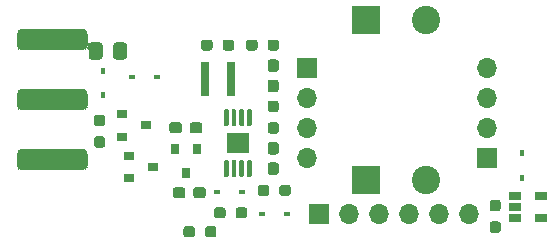
<source format=gbr>
%TF.GenerationSoftware,KiCad,Pcbnew,5.1.9+dfsg1-1*%
%TF.CreationDate,2021-06-24T19:32:38+02:00*%
%TF.ProjectId,pcb,7063622e-6b69-4636-9164-5f7063625858,rev?*%
%TF.SameCoordinates,Original*%
%TF.FileFunction,Soldermask,Top*%
%TF.FilePolarity,Negative*%
%FSLAX46Y46*%
G04 Gerber Fmt 4.6, Leading zero omitted, Abs format (unit mm)*
G04 Created by KiCad (PCBNEW 5.1.9+dfsg1-1) date 2021-06-24 19:32:38*
%MOMM*%
%LPD*%
G01*
G04 APERTURE LIST*
%ADD10R,0.450000X0.600000*%
%ADD11R,1.880000X1.680000*%
%ADD12R,0.600000X0.450000*%
%ADD13R,0.800000X0.900000*%
%ADD14R,2.400000X2.400000*%
%ADD15C,2.400000*%
%ADD16R,1.700000X1.700000*%
%ADD17O,1.700000X1.700000*%
%ADD18R,0.800000X2.900000*%
%ADD19R,0.900000X0.800000*%
%ADD20R,1.060000X0.650000*%
%ADD21C,0.100000*%
G04 APERTURE END LIST*
D10*
%TO.C,D6*%
X183250000Y-131450000D03*
X183250000Y-133550000D03*
%TD*%
%TO.C,U1*%
G36*
G01*
X158325000Y-133475000D02*
X158125000Y-133475000D01*
G75*
G02*
X158025000Y-133375000I0J100000D01*
G01*
X158025000Y-132125000D01*
G75*
G02*
X158125000Y-132025000I100000J0D01*
G01*
X158325000Y-132025000D01*
G75*
G02*
X158425000Y-132125000I0J-100000D01*
G01*
X158425000Y-133375000D01*
G75*
G02*
X158325000Y-133475000I-100000J0D01*
G01*
G37*
G36*
G01*
X158975000Y-133475000D02*
X158775000Y-133475000D01*
G75*
G02*
X158675000Y-133375000I0J100000D01*
G01*
X158675000Y-132125000D01*
G75*
G02*
X158775000Y-132025000I100000J0D01*
G01*
X158975000Y-132025000D01*
G75*
G02*
X159075000Y-132125000I0J-100000D01*
G01*
X159075000Y-133375000D01*
G75*
G02*
X158975000Y-133475000I-100000J0D01*
G01*
G37*
G36*
G01*
X159625000Y-133475000D02*
X159425000Y-133475000D01*
G75*
G02*
X159325000Y-133375000I0J100000D01*
G01*
X159325000Y-132125000D01*
G75*
G02*
X159425000Y-132025000I100000J0D01*
G01*
X159625000Y-132025000D01*
G75*
G02*
X159725000Y-132125000I0J-100000D01*
G01*
X159725000Y-133375000D01*
G75*
G02*
X159625000Y-133475000I-100000J0D01*
G01*
G37*
G36*
G01*
X160275000Y-133475000D02*
X160075000Y-133475000D01*
G75*
G02*
X159975000Y-133375000I0J100000D01*
G01*
X159975000Y-132125000D01*
G75*
G02*
X160075000Y-132025000I100000J0D01*
G01*
X160275000Y-132025000D01*
G75*
G02*
X160375000Y-132125000I0J-100000D01*
G01*
X160375000Y-133375000D01*
G75*
G02*
X160275000Y-133475000I-100000J0D01*
G01*
G37*
G36*
G01*
X160275000Y-129175000D02*
X160075000Y-129175000D01*
G75*
G02*
X159975000Y-129075000I0J100000D01*
G01*
X159975000Y-127825000D01*
G75*
G02*
X160075000Y-127725000I100000J0D01*
G01*
X160275000Y-127725000D01*
G75*
G02*
X160375000Y-127825000I0J-100000D01*
G01*
X160375000Y-129075000D01*
G75*
G02*
X160275000Y-129175000I-100000J0D01*
G01*
G37*
G36*
G01*
X159625000Y-129175000D02*
X159425000Y-129175000D01*
G75*
G02*
X159325000Y-129075000I0J100000D01*
G01*
X159325000Y-127825000D01*
G75*
G02*
X159425000Y-127725000I100000J0D01*
G01*
X159625000Y-127725000D01*
G75*
G02*
X159725000Y-127825000I0J-100000D01*
G01*
X159725000Y-129075000D01*
G75*
G02*
X159625000Y-129175000I-100000J0D01*
G01*
G37*
G36*
G01*
X158975000Y-129175000D02*
X158775000Y-129175000D01*
G75*
G02*
X158675000Y-129075000I0J100000D01*
G01*
X158675000Y-127825000D01*
G75*
G02*
X158775000Y-127725000I100000J0D01*
G01*
X158975000Y-127725000D01*
G75*
G02*
X159075000Y-127825000I0J-100000D01*
G01*
X159075000Y-129075000D01*
G75*
G02*
X158975000Y-129175000I-100000J0D01*
G01*
G37*
G36*
G01*
X158325000Y-129175000D02*
X158125000Y-129175000D01*
G75*
G02*
X158025000Y-129075000I0J100000D01*
G01*
X158025000Y-127825000D01*
G75*
G02*
X158125000Y-127725000I100000J0D01*
G01*
X158325000Y-127725000D01*
G75*
G02*
X158425000Y-127825000I0J-100000D01*
G01*
X158425000Y-129075000D01*
G75*
G02*
X158325000Y-129175000I-100000J0D01*
G01*
G37*
D11*
X159200000Y-130600000D03*
%TD*%
D12*
%TO.C,D2*%
X150250000Y-125000000D03*
X152350000Y-125000000D03*
%TD*%
D13*
%TO.C,D3*%
X155750000Y-131100000D03*
X153850000Y-131100000D03*
X154800000Y-133100000D03*
%TD*%
D14*
%TO.C,C3*%
X170100000Y-120200000D03*
D15*
X175100000Y-120200000D03*
%TD*%
D16*
%TO.C,P1*%
X165090000Y-124200000D03*
D17*
X165090000Y-126740000D03*
X165090000Y-129280000D03*
X165090000Y-131820000D03*
%TD*%
%TO.C,P2*%
X180330000Y-124200000D03*
X180330000Y-126740000D03*
X180330000Y-129280000D03*
D16*
X180330000Y-131820000D03*
%TD*%
%TO.C,C1*%
G36*
G01*
X149825000Y-122325000D02*
X149825000Y-123275000D01*
G75*
G02*
X149575000Y-123525000I-250000J0D01*
G01*
X148900000Y-123525000D01*
G75*
G02*
X148650000Y-123275000I0J250000D01*
G01*
X148650000Y-122325000D01*
G75*
G02*
X148900000Y-122075000I250000J0D01*
G01*
X149575000Y-122075000D01*
G75*
G02*
X149825000Y-122325000I0J-250000D01*
G01*
G37*
G36*
G01*
X147750000Y-122325000D02*
X147750000Y-123275000D01*
G75*
G02*
X147500000Y-123525000I-250000J0D01*
G01*
X146825000Y-123525000D01*
G75*
G02*
X146575000Y-123275000I0J250000D01*
G01*
X146575000Y-122325000D01*
G75*
G02*
X146825000Y-122075000I250000J0D01*
G01*
X147500000Y-122075000D01*
G75*
G02*
X147750000Y-122325000I0J-250000D01*
G01*
G37*
%TD*%
%TO.C,C2*%
G36*
G01*
X162437500Y-124575000D02*
X161962500Y-124575000D01*
G75*
G02*
X161725000Y-124337500I0J237500D01*
G01*
X161725000Y-123737500D01*
G75*
G02*
X161962500Y-123500000I237500J0D01*
G01*
X162437500Y-123500000D01*
G75*
G02*
X162675000Y-123737500I0J-237500D01*
G01*
X162675000Y-124337500D01*
G75*
G02*
X162437500Y-124575000I-237500J0D01*
G01*
G37*
G36*
G01*
X162437500Y-126300000D02*
X161962500Y-126300000D01*
G75*
G02*
X161725000Y-126062500I0J237500D01*
G01*
X161725000Y-125462500D01*
G75*
G02*
X161962500Y-125225000I237500J0D01*
G01*
X162437500Y-125225000D01*
G75*
G02*
X162675000Y-125462500I0J-237500D01*
G01*
X162675000Y-126062500D01*
G75*
G02*
X162437500Y-126300000I-237500J0D01*
G01*
G37*
%TD*%
%TO.C,C4*%
G36*
G01*
X156500000Y-134562500D02*
X156500000Y-135037500D01*
G75*
G02*
X156262500Y-135275000I-237500J0D01*
G01*
X155662500Y-135275000D01*
G75*
G02*
X155425000Y-135037500I0J237500D01*
G01*
X155425000Y-134562500D01*
G75*
G02*
X155662500Y-134325000I237500J0D01*
G01*
X156262500Y-134325000D01*
G75*
G02*
X156500000Y-134562500I0J-237500D01*
G01*
G37*
G36*
G01*
X154775000Y-134562500D02*
X154775000Y-135037500D01*
G75*
G02*
X154537500Y-135275000I-237500J0D01*
G01*
X153937500Y-135275000D01*
G75*
G02*
X153700000Y-135037500I0J237500D01*
G01*
X153700000Y-134562500D01*
G75*
G02*
X153937500Y-134325000I237500J0D01*
G01*
X154537500Y-134325000D01*
G75*
G02*
X154775000Y-134562500I0J-237500D01*
G01*
G37*
%TD*%
%TO.C,C5*%
G36*
G01*
X155125000Y-129537500D02*
X155125000Y-129062500D01*
G75*
G02*
X155362500Y-128825000I237500J0D01*
G01*
X155962500Y-128825000D01*
G75*
G02*
X156200000Y-129062500I0J-237500D01*
G01*
X156200000Y-129537500D01*
G75*
G02*
X155962500Y-129775000I-237500J0D01*
G01*
X155362500Y-129775000D01*
G75*
G02*
X155125000Y-129537500I0J237500D01*
G01*
G37*
G36*
G01*
X153400000Y-129537500D02*
X153400000Y-129062500D01*
G75*
G02*
X153637500Y-128825000I237500J0D01*
G01*
X154237500Y-128825000D01*
G75*
G02*
X154475000Y-129062500I0J-237500D01*
G01*
X154475000Y-129537500D01*
G75*
G02*
X154237500Y-129775000I-237500J0D01*
G01*
X153637500Y-129775000D01*
G75*
G02*
X153400000Y-129537500I0J237500D01*
G01*
G37*
%TD*%
%TO.C,C6*%
G36*
G01*
X162437500Y-133300000D02*
X161962500Y-133300000D01*
G75*
G02*
X161725000Y-133062500I0J237500D01*
G01*
X161725000Y-132462500D01*
G75*
G02*
X161962500Y-132225000I237500J0D01*
G01*
X162437500Y-132225000D01*
G75*
G02*
X162675000Y-132462500I0J-237500D01*
G01*
X162675000Y-133062500D01*
G75*
G02*
X162437500Y-133300000I-237500J0D01*
G01*
G37*
G36*
G01*
X162437500Y-131575000D02*
X161962500Y-131575000D01*
G75*
G02*
X161725000Y-131337500I0J237500D01*
G01*
X161725000Y-130737500D01*
G75*
G02*
X161962500Y-130500000I237500J0D01*
G01*
X162437500Y-130500000D01*
G75*
G02*
X162675000Y-130737500I0J-237500D01*
G01*
X162675000Y-131337500D01*
G75*
G02*
X162437500Y-131575000I-237500J0D01*
G01*
G37*
%TD*%
D10*
%TO.C,D1*%
X147800000Y-124450000D03*
X147800000Y-126550000D03*
%TD*%
D12*
%TO.C,D4*%
X161250000Y-136600000D03*
X163350000Y-136600000D03*
%TD*%
%TO.C,J1*%
G36*
G01*
X146050000Y-132900000D02*
X140950000Y-132900000D01*
G75*
G02*
X140500000Y-132450000I0J450000D01*
G01*
X140500000Y-131550000D01*
G75*
G02*
X140950000Y-131100000I450000J0D01*
G01*
X146050000Y-131100000D01*
G75*
G02*
X146500000Y-131550000I0J-450000D01*
G01*
X146500000Y-132450000D01*
G75*
G02*
X146050000Y-132900000I-450000J0D01*
G01*
G37*
G36*
G01*
X146050000Y-127820000D02*
X140950000Y-127820000D01*
G75*
G02*
X140500000Y-127370000I0J450000D01*
G01*
X140500000Y-126470000D01*
G75*
G02*
X140950000Y-126020000I450000J0D01*
G01*
X146050000Y-126020000D01*
G75*
G02*
X146500000Y-126470000I0J-450000D01*
G01*
X146500000Y-127370000D01*
G75*
G02*
X146050000Y-127820000I-450000J0D01*
G01*
G37*
G36*
G01*
X146050000Y-122740000D02*
X140950000Y-122740000D01*
G75*
G02*
X140500000Y-122290000I0J450000D01*
G01*
X140500000Y-121390000D01*
G75*
G02*
X140950000Y-120940000I450000J0D01*
G01*
X146050000Y-120940000D01*
G75*
G02*
X146500000Y-121390000I0J-450000D01*
G01*
X146500000Y-122290000D01*
G75*
G02*
X146050000Y-122740000I-450000J0D01*
G01*
G37*
%TD*%
D16*
%TO.C,J2*%
X166100000Y-136600000D03*
D17*
X168640000Y-136600000D03*
X171180000Y-136600000D03*
X173720000Y-136600000D03*
X176260000Y-136600000D03*
X178800000Y-136600000D03*
%TD*%
D18*
%TO.C,L1*%
X156400000Y-125200000D03*
X158600000Y-125200000D03*
%TD*%
D19*
%TO.C,Q1*%
X149400000Y-128150000D03*
X149400000Y-130050000D03*
X151400000Y-129100000D03*
%TD*%
%TO.C,R1*%
G36*
G01*
X162437500Y-127975000D02*
X161962500Y-127975000D01*
G75*
G02*
X161725000Y-127737500I0J237500D01*
G01*
X161725000Y-127237500D01*
G75*
G02*
X161962500Y-127000000I237500J0D01*
G01*
X162437500Y-127000000D01*
G75*
G02*
X162675000Y-127237500I0J-237500D01*
G01*
X162675000Y-127737500D01*
G75*
G02*
X162437500Y-127975000I-237500J0D01*
G01*
G37*
G36*
G01*
X162437500Y-129800000D02*
X161962500Y-129800000D01*
G75*
G02*
X161725000Y-129562500I0J237500D01*
G01*
X161725000Y-129062500D01*
G75*
G02*
X161962500Y-128825000I237500J0D01*
G01*
X162437500Y-128825000D01*
G75*
G02*
X162675000Y-129062500I0J-237500D01*
G01*
X162675000Y-129562500D01*
G75*
G02*
X162437500Y-129800000I-237500J0D01*
G01*
G37*
%TD*%
%TO.C,R3*%
G36*
G01*
X147262500Y-128200000D02*
X147737500Y-128200000D01*
G75*
G02*
X147975000Y-128437500I0J-237500D01*
G01*
X147975000Y-128937500D01*
G75*
G02*
X147737500Y-129175000I-237500J0D01*
G01*
X147262500Y-129175000D01*
G75*
G02*
X147025000Y-128937500I0J237500D01*
G01*
X147025000Y-128437500D01*
G75*
G02*
X147262500Y-128200000I237500J0D01*
G01*
G37*
G36*
G01*
X147262500Y-130025000D02*
X147737500Y-130025000D01*
G75*
G02*
X147975000Y-130262500I0J-237500D01*
G01*
X147975000Y-130762500D01*
G75*
G02*
X147737500Y-131000000I-237500J0D01*
G01*
X147262500Y-131000000D01*
G75*
G02*
X147025000Y-130762500I0J237500D01*
G01*
X147025000Y-130262500D01*
G75*
G02*
X147262500Y-130025000I237500J0D01*
G01*
G37*
%TD*%
%TO.C,R5*%
G36*
G01*
X157200000Y-136737500D02*
X157200000Y-136262500D01*
G75*
G02*
X157437500Y-136025000I237500J0D01*
G01*
X157937500Y-136025000D01*
G75*
G02*
X158175000Y-136262500I0J-237500D01*
G01*
X158175000Y-136737500D01*
G75*
G02*
X157937500Y-136975000I-237500J0D01*
G01*
X157437500Y-136975000D01*
G75*
G02*
X157200000Y-136737500I0J237500D01*
G01*
G37*
G36*
G01*
X159025000Y-136737500D02*
X159025000Y-136262500D01*
G75*
G02*
X159262500Y-136025000I237500J0D01*
G01*
X159762500Y-136025000D01*
G75*
G02*
X160000000Y-136262500I0J-237500D01*
G01*
X160000000Y-136737500D01*
G75*
G02*
X159762500Y-136975000I-237500J0D01*
G01*
X159262500Y-136975000D01*
G75*
G02*
X159025000Y-136737500I0J237500D01*
G01*
G37*
%TD*%
%TO.C,R7*%
G36*
G01*
X160900000Y-134837500D02*
X160900000Y-134362500D01*
G75*
G02*
X161137500Y-134125000I237500J0D01*
G01*
X161637500Y-134125000D01*
G75*
G02*
X161875000Y-134362500I0J-237500D01*
G01*
X161875000Y-134837500D01*
G75*
G02*
X161637500Y-135075000I-237500J0D01*
G01*
X161137500Y-135075000D01*
G75*
G02*
X160900000Y-134837500I0J237500D01*
G01*
G37*
G36*
G01*
X162725000Y-134837500D02*
X162725000Y-134362500D01*
G75*
G02*
X162962500Y-134125000I237500J0D01*
G01*
X163462500Y-134125000D01*
G75*
G02*
X163700000Y-134362500I0J-237500D01*
G01*
X163700000Y-134837500D01*
G75*
G02*
X163462500Y-135075000I-237500J0D01*
G01*
X162962500Y-135075000D01*
G75*
G02*
X162725000Y-134837500I0J237500D01*
G01*
G37*
%TD*%
%TO.C,R8*%
G36*
G01*
X156100000Y-122537500D02*
X156100000Y-122062500D01*
G75*
G02*
X156337500Y-121825000I237500J0D01*
G01*
X156837500Y-121825000D01*
G75*
G02*
X157075000Y-122062500I0J-237500D01*
G01*
X157075000Y-122537500D01*
G75*
G02*
X156837500Y-122775000I-237500J0D01*
G01*
X156337500Y-122775000D01*
G75*
G02*
X156100000Y-122537500I0J237500D01*
G01*
G37*
G36*
G01*
X157925000Y-122537500D02*
X157925000Y-122062500D01*
G75*
G02*
X158162500Y-121825000I237500J0D01*
G01*
X158662500Y-121825000D01*
G75*
G02*
X158900000Y-122062500I0J-237500D01*
G01*
X158900000Y-122537500D01*
G75*
G02*
X158662500Y-122775000I-237500J0D01*
G01*
X158162500Y-122775000D01*
G75*
G02*
X157925000Y-122537500I0J237500D01*
G01*
G37*
%TD*%
%TO.C,R9*%
G36*
G01*
X161725000Y-122537500D02*
X161725000Y-122062500D01*
G75*
G02*
X161962500Y-121825000I237500J0D01*
G01*
X162462500Y-121825000D01*
G75*
G02*
X162700000Y-122062500I0J-237500D01*
G01*
X162700000Y-122537500D01*
G75*
G02*
X162462500Y-122775000I-237500J0D01*
G01*
X161962500Y-122775000D01*
G75*
G02*
X161725000Y-122537500I0J237500D01*
G01*
G37*
G36*
G01*
X159900000Y-122537500D02*
X159900000Y-122062500D01*
G75*
G02*
X160137500Y-121825000I237500J0D01*
G01*
X160637500Y-121825000D01*
G75*
G02*
X160875000Y-122062500I0J-237500D01*
G01*
X160875000Y-122537500D01*
G75*
G02*
X160637500Y-122775000I-237500J0D01*
G01*
X160137500Y-122775000D01*
G75*
G02*
X159900000Y-122537500I0J237500D01*
G01*
G37*
%TD*%
D14*
%TO.C,C7*%
X170100000Y-133700000D03*
D15*
X175100000Y-133700000D03*
%TD*%
D12*
%TO.C,D5*%
X157450000Y-134750000D03*
X159550000Y-134750000D03*
%TD*%
D20*
%TO.C,U2*%
X182650000Y-135050000D03*
X182650000Y-136000000D03*
X182650000Y-136950000D03*
X184850000Y-136950000D03*
X184850000Y-135050000D03*
%TD*%
D19*
%TO.C,D7*%
X150000000Y-131650000D03*
X150000000Y-133550000D03*
X152000000Y-132600000D03*
%TD*%
%TO.C,R2*%
G36*
G01*
X154600000Y-138337500D02*
X154600000Y-137862500D01*
G75*
G02*
X154837500Y-137625000I237500J0D01*
G01*
X155337500Y-137625000D01*
G75*
G02*
X155575000Y-137862500I0J-237500D01*
G01*
X155575000Y-138337500D01*
G75*
G02*
X155337500Y-138575000I-237500J0D01*
G01*
X154837500Y-138575000D01*
G75*
G02*
X154600000Y-138337500I0J237500D01*
G01*
G37*
G36*
G01*
X156425000Y-138337500D02*
X156425000Y-137862500D01*
G75*
G02*
X156662500Y-137625000I237500J0D01*
G01*
X157162500Y-137625000D01*
G75*
G02*
X157400000Y-137862500I0J-237500D01*
G01*
X157400000Y-138337500D01*
G75*
G02*
X157162500Y-138575000I-237500J0D01*
G01*
X156662500Y-138575000D01*
G75*
G02*
X156425000Y-138337500I0J237500D01*
G01*
G37*
%TD*%
%TO.C,R4*%
G36*
G01*
X181237500Y-136375000D02*
X180762500Y-136375000D01*
G75*
G02*
X180525000Y-136137500I0J237500D01*
G01*
X180525000Y-135637500D01*
G75*
G02*
X180762500Y-135400000I237500J0D01*
G01*
X181237500Y-135400000D01*
G75*
G02*
X181475000Y-135637500I0J-237500D01*
G01*
X181475000Y-136137500D01*
G75*
G02*
X181237500Y-136375000I-237500J0D01*
G01*
G37*
G36*
G01*
X181237500Y-138200000D02*
X180762500Y-138200000D01*
G75*
G02*
X180525000Y-137962500I0J237500D01*
G01*
X180525000Y-137462500D01*
G75*
G02*
X180762500Y-137225000I237500J0D01*
G01*
X181237500Y-137225000D01*
G75*
G02*
X181475000Y-137462500I0J-237500D01*
G01*
X181475000Y-137962500D01*
G75*
G02*
X181237500Y-138200000I-237500J0D01*
G01*
G37*
%TD*%
D21*
G36*
X146501165Y-132448374D02*
G01*
X146502000Y-132450000D01*
X146502000Y-132506359D01*
X146501990Y-132506555D01*
X146493951Y-132588174D01*
X146493875Y-132588559D01*
X146471857Y-132661142D01*
X146471707Y-132661504D01*
X146435956Y-132728389D01*
X146435738Y-132728715D01*
X146387623Y-132787346D01*
X146387346Y-132787623D01*
X146328715Y-132835738D01*
X146328389Y-132835956D01*
X146261504Y-132871707D01*
X146261142Y-132871857D01*
X146188559Y-132893875D01*
X146188174Y-132893951D01*
X146106555Y-132901990D01*
X146106359Y-132902000D01*
X146050000Y-132902000D01*
X146048268Y-132901000D01*
X146048268Y-132899000D01*
X146049804Y-132898010D01*
X146137396Y-132889383D01*
X146221439Y-132863889D01*
X146298891Y-132822490D01*
X146366777Y-132766777D01*
X146422490Y-132698891D01*
X146463889Y-132621439D01*
X146489383Y-132537396D01*
X146498010Y-132449804D01*
X146499175Y-132448178D01*
X146501165Y-132448374D01*
G37*
G36*
X140501990Y-132449804D02*
G01*
X140510617Y-132537396D01*
X140536111Y-132621439D01*
X140577510Y-132698891D01*
X140633223Y-132766777D01*
X140701109Y-132822490D01*
X140778561Y-132863889D01*
X140862604Y-132889383D01*
X140950196Y-132898010D01*
X140951822Y-132899175D01*
X140951626Y-132901165D01*
X140950000Y-132902000D01*
X140893641Y-132902000D01*
X140893445Y-132901990D01*
X140811826Y-132893951D01*
X140811441Y-132893875D01*
X140738858Y-132871857D01*
X140738496Y-132871707D01*
X140671611Y-132835956D01*
X140671285Y-132835738D01*
X140612654Y-132787623D01*
X140612377Y-132787346D01*
X140564262Y-132728715D01*
X140564044Y-132728389D01*
X140528293Y-132661504D01*
X140528143Y-132661142D01*
X140506125Y-132588559D01*
X140506049Y-132588174D01*
X140498010Y-132506555D01*
X140498000Y-132506359D01*
X140498000Y-132450000D01*
X140499000Y-132448268D01*
X140501000Y-132448268D01*
X140501990Y-132449804D01*
G37*
G36*
X140951732Y-131099000D02*
G01*
X140951732Y-131101000D01*
X140950196Y-131101990D01*
X140862604Y-131110617D01*
X140778561Y-131136111D01*
X140701109Y-131177510D01*
X140633223Y-131233223D01*
X140577510Y-131301109D01*
X140536111Y-131378561D01*
X140510617Y-131462604D01*
X140501990Y-131550196D01*
X140500825Y-131551822D01*
X140498835Y-131551626D01*
X140498000Y-131550000D01*
X140498000Y-131493641D01*
X140498010Y-131493445D01*
X140506049Y-131411826D01*
X140506125Y-131411441D01*
X140528143Y-131338858D01*
X140528293Y-131338496D01*
X140564044Y-131271611D01*
X140564262Y-131271285D01*
X140612377Y-131212654D01*
X140612654Y-131212377D01*
X140671285Y-131164262D01*
X140671611Y-131164044D01*
X140738496Y-131128293D01*
X140738858Y-131128143D01*
X140811441Y-131106125D01*
X140811826Y-131106049D01*
X140893445Y-131098010D01*
X140893641Y-131098000D01*
X140950000Y-131098000D01*
X140951732Y-131099000D01*
G37*
G36*
X146106555Y-131098010D02*
G01*
X146188174Y-131106049D01*
X146188559Y-131106125D01*
X146261142Y-131128143D01*
X146261504Y-131128293D01*
X146328389Y-131164044D01*
X146328715Y-131164262D01*
X146387346Y-131212377D01*
X146387623Y-131212654D01*
X146435738Y-131271285D01*
X146435956Y-131271611D01*
X146471707Y-131338496D01*
X146471857Y-131338858D01*
X146493875Y-131411441D01*
X146493951Y-131411826D01*
X146501990Y-131493445D01*
X146502000Y-131493641D01*
X146502000Y-131550000D01*
X146501000Y-131551732D01*
X146499000Y-131551732D01*
X146498010Y-131550196D01*
X146489383Y-131462604D01*
X146463889Y-131378561D01*
X146422490Y-131301109D01*
X146366777Y-131233223D01*
X146298891Y-131177510D01*
X146221439Y-131136111D01*
X146137396Y-131110617D01*
X146049804Y-131101990D01*
X146048178Y-131100825D01*
X146048374Y-131098835D01*
X146050000Y-131098000D01*
X146106359Y-131098000D01*
X146106555Y-131098010D01*
G37*
G36*
X146501165Y-127368374D02*
G01*
X146502000Y-127370000D01*
X146502000Y-127426359D01*
X146501990Y-127426555D01*
X146493951Y-127508174D01*
X146493875Y-127508559D01*
X146471857Y-127581142D01*
X146471707Y-127581504D01*
X146435956Y-127648389D01*
X146435738Y-127648715D01*
X146387623Y-127707346D01*
X146387346Y-127707623D01*
X146328715Y-127755738D01*
X146328389Y-127755956D01*
X146261504Y-127791707D01*
X146261142Y-127791857D01*
X146188559Y-127813875D01*
X146188174Y-127813951D01*
X146106555Y-127821990D01*
X146106359Y-127822000D01*
X146050000Y-127822000D01*
X146048268Y-127821000D01*
X146048268Y-127819000D01*
X146049804Y-127818010D01*
X146137396Y-127809383D01*
X146221439Y-127783889D01*
X146298891Y-127742490D01*
X146366777Y-127686777D01*
X146422490Y-127618891D01*
X146463889Y-127541439D01*
X146489383Y-127457396D01*
X146498010Y-127369804D01*
X146499175Y-127368178D01*
X146501165Y-127368374D01*
G37*
G36*
X140501990Y-127369804D02*
G01*
X140510617Y-127457396D01*
X140536111Y-127541439D01*
X140577510Y-127618891D01*
X140633223Y-127686777D01*
X140701109Y-127742490D01*
X140778561Y-127783889D01*
X140862604Y-127809383D01*
X140950196Y-127818010D01*
X140951822Y-127819175D01*
X140951626Y-127821165D01*
X140950000Y-127822000D01*
X140893641Y-127822000D01*
X140893445Y-127821990D01*
X140811826Y-127813951D01*
X140811441Y-127813875D01*
X140738858Y-127791857D01*
X140738496Y-127791707D01*
X140671611Y-127755956D01*
X140671285Y-127755738D01*
X140612654Y-127707623D01*
X140612377Y-127707346D01*
X140564262Y-127648715D01*
X140564044Y-127648389D01*
X140528293Y-127581504D01*
X140528143Y-127581142D01*
X140506125Y-127508559D01*
X140506049Y-127508174D01*
X140498010Y-127426555D01*
X140498000Y-127426359D01*
X140498000Y-127370000D01*
X140499000Y-127368268D01*
X140501000Y-127368268D01*
X140501990Y-127369804D01*
G37*
G36*
X140951732Y-126019000D02*
G01*
X140951732Y-126021000D01*
X140950196Y-126021990D01*
X140862604Y-126030617D01*
X140778561Y-126056111D01*
X140701109Y-126097510D01*
X140633223Y-126153223D01*
X140577510Y-126221109D01*
X140536111Y-126298561D01*
X140510617Y-126382604D01*
X140501990Y-126470196D01*
X140500825Y-126471822D01*
X140498835Y-126471626D01*
X140498000Y-126470000D01*
X140498000Y-126413641D01*
X140498010Y-126413445D01*
X140506049Y-126331826D01*
X140506125Y-126331441D01*
X140528143Y-126258858D01*
X140528293Y-126258496D01*
X140564044Y-126191611D01*
X140564262Y-126191285D01*
X140612377Y-126132654D01*
X140612654Y-126132377D01*
X140671285Y-126084262D01*
X140671611Y-126084044D01*
X140738496Y-126048293D01*
X140738858Y-126048143D01*
X140811441Y-126026125D01*
X140811826Y-126026049D01*
X140893445Y-126018010D01*
X140893641Y-126018000D01*
X140950000Y-126018000D01*
X140951732Y-126019000D01*
G37*
G36*
X146106555Y-126018010D02*
G01*
X146188174Y-126026049D01*
X146188559Y-126026125D01*
X146261142Y-126048143D01*
X146261504Y-126048293D01*
X146328389Y-126084044D01*
X146328715Y-126084262D01*
X146387346Y-126132377D01*
X146387623Y-126132654D01*
X146435738Y-126191285D01*
X146435956Y-126191611D01*
X146471707Y-126258496D01*
X146471857Y-126258858D01*
X146493875Y-126331441D01*
X146493951Y-126331826D01*
X146501990Y-126413445D01*
X146502000Y-126413641D01*
X146502000Y-126470000D01*
X146501000Y-126471732D01*
X146499000Y-126471732D01*
X146498010Y-126470196D01*
X146489383Y-126382604D01*
X146463889Y-126298561D01*
X146422490Y-126221109D01*
X146366777Y-126153223D01*
X146298891Y-126097510D01*
X146221439Y-126056111D01*
X146137396Y-126030617D01*
X146049804Y-126021990D01*
X146048178Y-126020825D01*
X146048374Y-126018835D01*
X146050000Y-126018000D01*
X146106359Y-126018000D01*
X146106555Y-126018010D01*
G37*
G36*
X140501990Y-122289804D02*
G01*
X140510617Y-122377396D01*
X140536111Y-122461439D01*
X140577510Y-122538891D01*
X140633223Y-122606777D01*
X140701109Y-122662490D01*
X140778561Y-122703889D01*
X140862604Y-122729383D01*
X140950196Y-122738010D01*
X140951822Y-122739175D01*
X140951626Y-122741165D01*
X140950000Y-122742000D01*
X140893641Y-122742000D01*
X140893445Y-122741990D01*
X140811826Y-122733951D01*
X140811441Y-122733875D01*
X140738858Y-122711857D01*
X140738496Y-122711707D01*
X140671611Y-122675956D01*
X140671285Y-122675738D01*
X140612654Y-122627623D01*
X140612377Y-122627346D01*
X140564262Y-122568715D01*
X140564044Y-122568389D01*
X140528293Y-122501504D01*
X140528143Y-122501142D01*
X140506125Y-122428559D01*
X140506049Y-122428174D01*
X140498010Y-122346555D01*
X140498000Y-122346359D01*
X140498000Y-122290000D01*
X140499000Y-122288268D01*
X140501000Y-122288268D01*
X140501990Y-122289804D01*
G37*
G36*
X146501990Y-121979387D02*
G01*
X146504372Y-122003574D01*
X146511372Y-122026649D01*
X146522737Y-122047913D01*
X146538032Y-122066550D01*
X146556669Y-122081845D01*
X146577933Y-122093210D01*
X146601008Y-122100210D01*
X146624999Y-122102573D01*
X146648942Y-122100214D01*
X146683106Y-122087991D01*
X146684287Y-122087360D01*
X146684649Y-122087210D01*
X146717967Y-122077103D01*
X146718352Y-122077027D01*
X146759137Y-122073010D01*
X146759333Y-122073000D01*
X146825000Y-122073000D01*
X146826732Y-122074000D01*
X146826732Y-122076000D01*
X146825196Y-122076990D01*
X146776622Y-122081774D01*
X146730098Y-122095887D01*
X146687223Y-122118804D01*
X146649644Y-122149644D01*
X146618804Y-122187223D01*
X146595887Y-122230098D01*
X146581774Y-122276622D01*
X146577000Y-122325094D01*
X146577000Y-122735319D01*
X146576000Y-122737051D01*
X146574000Y-122737051D01*
X146573010Y-122735515D01*
X146570628Y-122711328D01*
X146563628Y-122688253D01*
X146552263Y-122666989D01*
X146536968Y-122648352D01*
X146518331Y-122633057D01*
X146497067Y-122621692D01*
X146473992Y-122614692D01*
X146450001Y-122612329D01*
X146426010Y-122614692D01*
X146402980Y-122621678D01*
X146371861Y-122640330D01*
X146328715Y-122675738D01*
X146328389Y-122675956D01*
X146261504Y-122711707D01*
X146261142Y-122711857D01*
X146188559Y-122733875D01*
X146188174Y-122733951D01*
X146106555Y-122741990D01*
X146106359Y-122742000D01*
X146050000Y-122742000D01*
X146048268Y-122741000D01*
X146048268Y-122739000D01*
X146049804Y-122738010D01*
X146137396Y-122729383D01*
X146221439Y-122703889D01*
X146298891Y-122662490D01*
X146366777Y-122606777D01*
X146422490Y-122538891D01*
X146463889Y-122461439D01*
X146489383Y-122377396D01*
X146498000Y-122289906D01*
X146498000Y-121979583D01*
X146499000Y-121977851D01*
X146501000Y-121977851D01*
X146501990Y-121979387D01*
G37*
G36*
X140951732Y-120939000D02*
G01*
X140951732Y-120941000D01*
X140950196Y-120941990D01*
X140862604Y-120950617D01*
X140778561Y-120976111D01*
X140701109Y-121017510D01*
X140633223Y-121073223D01*
X140577510Y-121141109D01*
X140536111Y-121218561D01*
X140510617Y-121302604D01*
X140501990Y-121390196D01*
X140500825Y-121391822D01*
X140498835Y-121391626D01*
X140498000Y-121390000D01*
X140498000Y-121333641D01*
X140498010Y-121333445D01*
X140506049Y-121251826D01*
X140506125Y-121251441D01*
X140528143Y-121178858D01*
X140528293Y-121178496D01*
X140564044Y-121111611D01*
X140564262Y-121111285D01*
X140612377Y-121052654D01*
X140612654Y-121052377D01*
X140671285Y-121004262D01*
X140671611Y-121004044D01*
X140738496Y-120968293D01*
X140738858Y-120968143D01*
X140811441Y-120946125D01*
X140811826Y-120946049D01*
X140893445Y-120938010D01*
X140893641Y-120938000D01*
X140950000Y-120938000D01*
X140951732Y-120939000D01*
G37*
G36*
X146106555Y-120938010D02*
G01*
X146188174Y-120946049D01*
X146188559Y-120946125D01*
X146261142Y-120968143D01*
X146261504Y-120968293D01*
X146328389Y-121004044D01*
X146328715Y-121004262D01*
X146387346Y-121052377D01*
X146387623Y-121052654D01*
X146435738Y-121111285D01*
X146435956Y-121111611D01*
X146471707Y-121178496D01*
X146471857Y-121178858D01*
X146493875Y-121251441D01*
X146493951Y-121251826D01*
X146501990Y-121333445D01*
X146502000Y-121333641D01*
X146502000Y-121390000D01*
X146501000Y-121391732D01*
X146499000Y-121391732D01*
X146498010Y-121390196D01*
X146489383Y-121302604D01*
X146463889Y-121218561D01*
X146422490Y-121141109D01*
X146366777Y-121073223D01*
X146298891Y-121017510D01*
X146221439Y-120976111D01*
X146137396Y-120950617D01*
X146049804Y-120941990D01*
X146048178Y-120940825D01*
X146048374Y-120938835D01*
X146050000Y-120938000D01*
X146106359Y-120938000D01*
X146106555Y-120938010D01*
G37*
M02*

</source>
